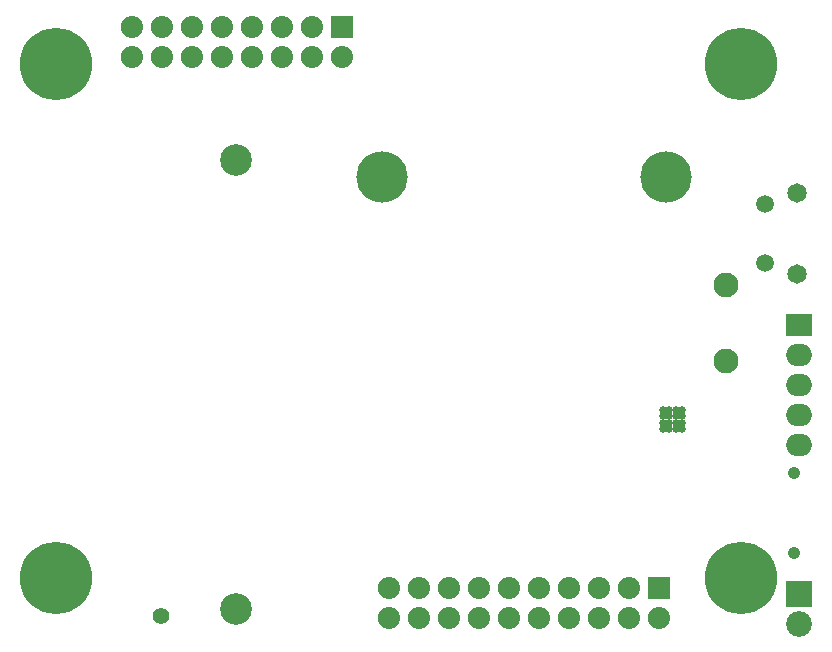
<source format=gbs>
G04 #@! TF.GenerationSoftware,KiCad,Pcbnew,(2017-01-24 revision 0b6147e)-makepkg*
G04 #@! TF.CreationDate,2018-07-27T06:26:56-07:00*
G04 #@! TF.ProjectId,SmartiePiNode,536D617274696550694E6F64652E6B69,1.a*
G04 #@! TF.FileFunction,Soldermask,Bot*
G04 #@! TF.FilePolarity,Negative*
%FSLAX46Y46*%
G04 Gerber Fmt 4.6, Leading zero omitted, Abs format (unit mm)*
G04 Created by KiCad (PCBNEW (2017-01-24 revision 0b6147e)-makepkg) date 07/27/18 06:26:56*
%MOMM*%
%LPD*%
G01*
G04 APERTURE LIST*
%ADD10C,0.100000*%
%ADD11C,1.650006*%
%ADD12C,1.504000*%
%ADD13C,0.787400*%
%ADD14C,4.352400*%
%ADD15R,1.879600X1.879600*%
%ADD16O,1.879600X1.879600*%
%ADD17R,2.184400X1.879600*%
%ADD18O,2.184400X1.879600*%
%ADD19C,2.102400*%
%ADD20C,6.121400*%
%ADD21C,2.676400*%
%ADD22C,1.422400*%
%ADD23R,2.184400X2.184400*%
%ADD24O,2.184400X2.184400*%
%ADD25C,0.652400*%
%ADD26C,1.052400*%
G04 APERTURE END LIST*
D10*
D11*
X168600000Y-119230000D03*
X168600000Y-112370000D03*
D12*
X165930000Y-113302060D03*
X165930000Y-118302060D03*
D13*
X158713370Y-112127370D03*
D14*
X157582000Y-110996000D03*
D15*
X156972000Y-145796000D03*
D16*
X156972000Y-148336000D03*
X154432000Y-145796000D03*
X154432000Y-148336000D03*
X151892000Y-145796000D03*
X151892000Y-148336000D03*
X149352000Y-145796000D03*
X149352000Y-148336000D03*
X146812000Y-145796000D03*
X146812000Y-148336000D03*
X144272000Y-145796000D03*
X144272000Y-148336000D03*
X141732000Y-145796000D03*
X141732000Y-148336000D03*
X139192000Y-145796000D03*
X139192000Y-148336000D03*
X136652000Y-145796000D03*
X136652000Y-148336000D03*
X134112000Y-145796000D03*
X134112000Y-148336000D03*
D13*
X156450630Y-112127370D03*
X157582000Y-112596000D03*
X155982000Y-110996000D03*
X156450630Y-109864630D03*
X157582000Y-109396000D03*
X158713370Y-109864630D03*
X159182000Y-110996000D03*
X135112000Y-110996000D03*
X134643370Y-109864630D03*
D14*
X133512000Y-110996000D03*
D13*
X134643370Y-112127370D03*
X133512000Y-112596000D03*
X132380630Y-112127370D03*
X131912000Y-110996000D03*
X132380630Y-109864630D03*
X133512000Y-109396000D03*
D17*
X168840000Y-123470000D03*
D18*
X168840000Y-126010000D03*
X168840000Y-128550000D03*
X168840000Y-131090000D03*
X168840000Y-133630000D03*
D19*
X162600000Y-126600000D03*
X162600000Y-120100000D03*
D13*
X105900000Y-142564800D03*
X104238300Y-143253100D03*
X103550000Y-144914800D03*
X104238300Y-146576500D03*
X105900000Y-147264800D03*
X107561700Y-146576500D03*
X108250000Y-144914800D03*
X107561700Y-143253100D03*
D20*
X105900000Y-144914800D03*
X105900000Y-101430000D03*
D13*
X107561700Y-99768300D03*
X108250000Y-101430000D03*
X107561700Y-103091700D03*
X105900000Y-103780000D03*
X104238300Y-103091700D03*
X103550000Y-101430000D03*
X104238300Y-99768300D03*
X105900000Y-99080000D03*
X163913600Y-142564800D03*
X162251900Y-143253100D03*
X161563600Y-144914800D03*
X162251900Y-146576500D03*
X163913600Y-147264800D03*
X165575300Y-146576500D03*
X166263600Y-144914800D03*
X165575300Y-143253100D03*
D20*
X163913600Y-144914800D03*
X163927189Y-101430000D03*
D13*
X165588889Y-99768300D03*
X166277189Y-101430000D03*
X165588889Y-103091700D03*
X163927189Y-103780000D03*
X162265489Y-103091700D03*
X161577189Y-101430000D03*
X162265489Y-99768300D03*
X163927189Y-99080000D03*
D21*
X121180000Y-109560000D03*
X121170000Y-147520000D03*
D22*
X114800000Y-148115000D03*
D23*
X168840000Y-146250000D03*
D24*
X168840000Y-148790000D03*
D25*
X157290000Y-130690000D03*
X157830000Y-130690000D03*
X158370000Y-130690000D03*
X158910000Y-130690000D03*
X158910000Y-131230000D03*
X158910000Y-131770000D03*
X158910000Y-132310000D03*
X158370000Y-131230000D03*
X158370000Y-131770000D03*
X158370000Y-132310000D03*
X157830000Y-131230000D03*
X157830000Y-131770000D03*
X157830000Y-132310000D03*
X157290000Y-131230000D03*
X157290000Y-131770000D03*
X157290000Y-132310000D03*
D15*
X130100000Y-98260000D03*
D16*
X130100000Y-100800000D03*
X127560000Y-98260000D03*
X127560000Y-100800000D03*
X125020000Y-98260000D03*
X125020000Y-100800000D03*
X122480000Y-98260000D03*
X122480000Y-100800000D03*
X119940000Y-98260000D03*
X119940000Y-100800000D03*
X117400000Y-98260000D03*
X117400000Y-100800000D03*
X114860000Y-98260000D03*
X114860000Y-100800000D03*
X112320000Y-98260000D03*
X112320000Y-100800000D03*
D26*
X168360000Y-142850000D03*
X168360000Y-136050000D03*
M02*

</source>
